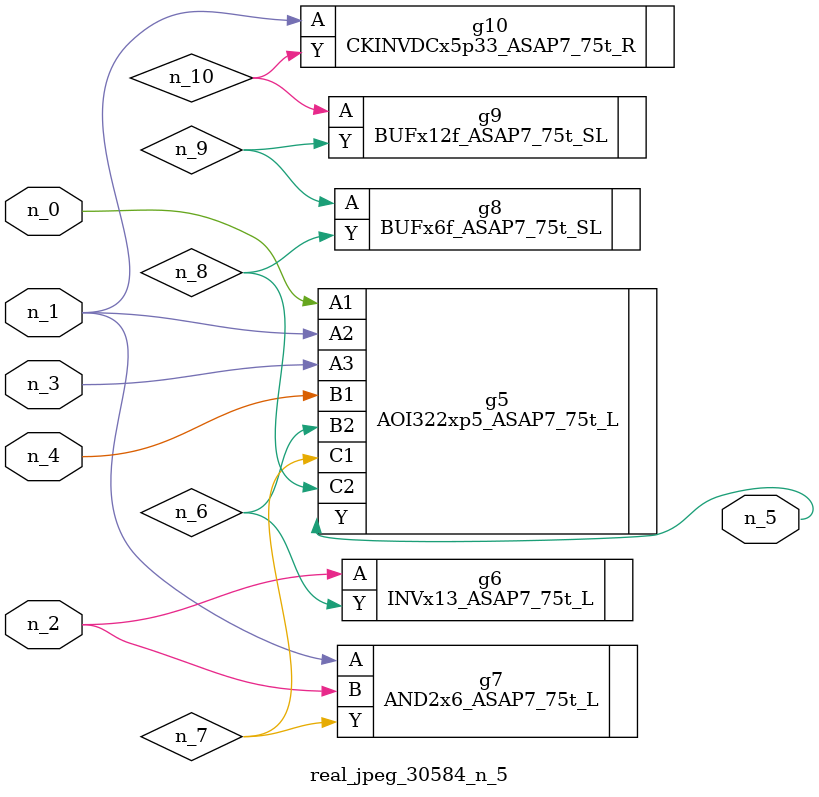
<source format=v>
module real_jpeg_30584_n_5 (n_4, n_0, n_1, n_2, n_3, n_5);

input n_4;
input n_0;
input n_1;
input n_2;
input n_3;

output n_5;

wire n_8;
wire n_6;
wire n_7;
wire n_10;
wire n_9;

AOI322xp5_ASAP7_75t_L g5 ( 
.A1(n_0),
.A2(n_1),
.A3(n_3),
.B1(n_4),
.B2(n_6),
.C1(n_7),
.C2(n_8),
.Y(n_5)
);

AND2x6_ASAP7_75t_L g7 ( 
.A(n_1),
.B(n_2),
.Y(n_7)
);

CKINVDCx5p33_ASAP7_75t_R g10 ( 
.A(n_1),
.Y(n_10)
);

INVx13_ASAP7_75t_L g6 ( 
.A(n_2),
.Y(n_6)
);

BUFx6f_ASAP7_75t_SL g8 ( 
.A(n_9),
.Y(n_8)
);

BUFx12f_ASAP7_75t_SL g9 ( 
.A(n_10),
.Y(n_9)
);


endmodule
</source>
